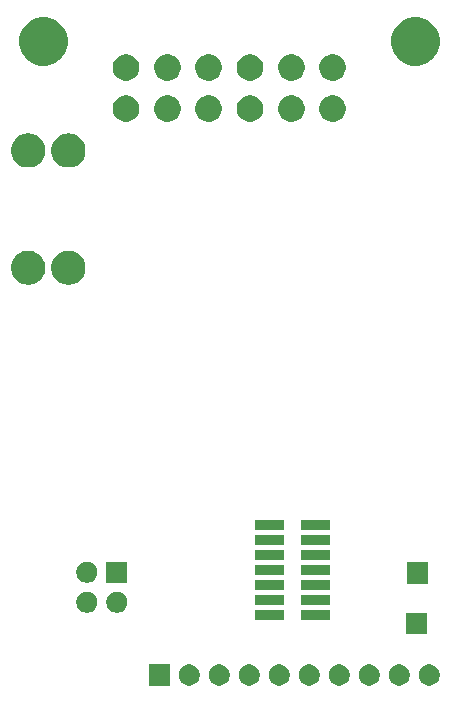
<source format=gbr>
G04 #@! TF.GenerationSoftware,KiCad,Pcbnew,(5.1.6)-1*
G04 #@! TF.CreationDate,2021-01-27T01:30:12-05:00*
G04 #@! TF.ProjectId,wideband_controller,77696465-6261-46e6-945f-636f6e74726f,rev?*
G04 #@! TF.SameCoordinates,Original*
G04 #@! TF.FileFunction,Soldermask,Bot*
G04 #@! TF.FilePolarity,Negative*
%FSLAX46Y46*%
G04 Gerber Fmt 4.6, Leading zero omitted, Abs format (unit mm)*
G04 Created by KiCad (PCBNEW (5.1.6)-1) date 2021-01-27 01:30:12*
%MOMM*%
%LPD*%
G01*
G04 APERTURE LIST*
%ADD10C,0.100000*%
G04 APERTURE END LIST*
D10*
G36*
X144178629Y-110590748D02*
G01*
X144342236Y-110658516D01*
X144489479Y-110756901D01*
X144614699Y-110882121D01*
X144713084Y-111029364D01*
X144780852Y-111192971D01*
X144815400Y-111366656D01*
X144815400Y-111543744D01*
X144780852Y-111717429D01*
X144713084Y-111881036D01*
X144614699Y-112028279D01*
X144489479Y-112153499D01*
X144342236Y-112251884D01*
X144178629Y-112319652D01*
X144004944Y-112354200D01*
X143827856Y-112354200D01*
X143654171Y-112319652D01*
X143490564Y-112251884D01*
X143343321Y-112153499D01*
X143218101Y-112028279D01*
X143119716Y-111881036D01*
X143051948Y-111717429D01*
X143017400Y-111543744D01*
X143017400Y-111366656D01*
X143051948Y-111192971D01*
X143119716Y-111029364D01*
X143218101Y-110882121D01*
X143343321Y-110756901D01*
X143490564Y-110658516D01*
X143654171Y-110590748D01*
X143827856Y-110556200D01*
X144004944Y-110556200D01*
X144178629Y-110590748D01*
G37*
G36*
X121955400Y-112354200D02*
G01*
X120157400Y-112354200D01*
X120157400Y-110556200D01*
X121955400Y-110556200D01*
X121955400Y-112354200D01*
G37*
G36*
X123858629Y-110590748D02*
G01*
X124022236Y-110658516D01*
X124169479Y-110756901D01*
X124294699Y-110882121D01*
X124393084Y-111029364D01*
X124460852Y-111192971D01*
X124495400Y-111366656D01*
X124495400Y-111543744D01*
X124460852Y-111717429D01*
X124393084Y-111881036D01*
X124294699Y-112028279D01*
X124169479Y-112153499D01*
X124022236Y-112251884D01*
X123858629Y-112319652D01*
X123684944Y-112354200D01*
X123507856Y-112354200D01*
X123334171Y-112319652D01*
X123170564Y-112251884D01*
X123023321Y-112153499D01*
X122898101Y-112028279D01*
X122799716Y-111881036D01*
X122731948Y-111717429D01*
X122697400Y-111543744D01*
X122697400Y-111366656D01*
X122731948Y-111192971D01*
X122799716Y-111029364D01*
X122898101Y-110882121D01*
X123023321Y-110756901D01*
X123170564Y-110658516D01*
X123334171Y-110590748D01*
X123507856Y-110556200D01*
X123684944Y-110556200D01*
X123858629Y-110590748D01*
G37*
G36*
X126398629Y-110590748D02*
G01*
X126562236Y-110658516D01*
X126709479Y-110756901D01*
X126834699Y-110882121D01*
X126933084Y-111029364D01*
X127000852Y-111192971D01*
X127035400Y-111366656D01*
X127035400Y-111543744D01*
X127000852Y-111717429D01*
X126933084Y-111881036D01*
X126834699Y-112028279D01*
X126709479Y-112153499D01*
X126562236Y-112251884D01*
X126398629Y-112319652D01*
X126224944Y-112354200D01*
X126047856Y-112354200D01*
X125874171Y-112319652D01*
X125710564Y-112251884D01*
X125563321Y-112153499D01*
X125438101Y-112028279D01*
X125339716Y-111881036D01*
X125271948Y-111717429D01*
X125237400Y-111543744D01*
X125237400Y-111366656D01*
X125271948Y-111192971D01*
X125339716Y-111029364D01*
X125438101Y-110882121D01*
X125563321Y-110756901D01*
X125710564Y-110658516D01*
X125874171Y-110590748D01*
X126047856Y-110556200D01*
X126224944Y-110556200D01*
X126398629Y-110590748D01*
G37*
G36*
X128938629Y-110590748D02*
G01*
X129102236Y-110658516D01*
X129249479Y-110756901D01*
X129374699Y-110882121D01*
X129473084Y-111029364D01*
X129540852Y-111192971D01*
X129575400Y-111366656D01*
X129575400Y-111543744D01*
X129540852Y-111717429D01*
X129473084Y-111881036D01*
X129374699Y-112028279D01*
X129249479Y-112153499D01*
X129102236Y-112251884D01*
X128938629Y-112319652D01*
X128764944Y-112354200D01*
X128587856Y-112354200D01*
X128414171Y-112319652D01*
X128250564Y-112251884D01*
X128103321Y-112153499D01*
X127978101Y-112028279D01*
X127879716Y-111881036D01*
X127811948Y-111717429D01*
X127777400Y-111543744D01*
X127777400Y-111366656D01*
X127811948Y-111192971D01*
X127879716Y-111029364D01*
X127978101Y-110882121D01*
X128103321Y-110756901D01*
X128250564Y-110658516D01*
X128414171Y-110590748D01*
X128587856Y-110556200D01*
X128764944Y-110556200D01*
X128938629Y-110590748D01*
G37*
G36*
X131478629Y-110590748D02*
G01*
X131642236Y-110658516D01*
X131789479Y-110756901D01*
X131914699Y-110882121D01*
X132013084Y-111029364D01*
X132080852Y-111192971D01*
X132115400Y-111366656D01*
X132115400Y-111543744D01*
X132080852Y-111717429D01*
X132013084Y-111881036D01*
X131914699Y-112028279D01*
X131789479Y-112153499D01*
X131642236Y-112251884D01*
X131478629Y-112319652D01*
X131304944Y-112354200D01*
X131127856Y-112354200D01*
X130954171Y-112319652D01*
X130790564Y-112251884D01*
X130643321Y-112153499D01*
X130518101Y-112028279D01*
X130419716Y-111881036D01*
X130351948Y-111717429D01*
X130317400Y-111543744D01*
X130317400Y-111366656D01*
X130351948Y-111192971D01*
X130419716Y-111029364D01*
X130518101Y-110882121D01*
X130643321Y-110756901D01*
X130790564Y-110658516D01*
X130954171Y-110590748D01*
X131127856Y-110556200D01*
X131304944Y-110556200D01*
X131478629Y-110590748D01*
G37*
G36*
X136558629Y-110590748D02*
G01*
X136722236Y-110658516D01*
X136869479Y-110756901D01*
X136994699Y-110882121D01*
X137093084Y-111029364D01*
X137160852Y-111192971D01*
X137195400Y-111366656D01*
X137195400Y-111543744D01*
X137160852Y-111717429D01*
X137093084Y-111881036D01*
X136994699Y-112028279D01*
X136869479Y-112153499D01*
X136722236Y-112251884D01*
X136558629Y-112319652D01*
X136384944Y-112354200D01*
X136207856Y-112354200D01*
X136034171Y-112319652D01*
X135870564Y-112251884D01*
X135723321Y-112153499D01*
X135598101Y-112028279D01*
X135499716Y-111881036D01*
X135431948Y-111717429D01*
X135397400Y-111543744D01*
X135397400Y-111366656D01*
X135431948Y-111192971D01*
X135499716Y-111029364D01*
X135598101Y-110882121D01*
X135723321Y-110756901D01*
X135870564Y-110658516D01*
X136034171Y-110590748D01*
X136207856Y-110556200D01*
X136384944Y-110556200D01*
X136558629Y-110590748D01*
G37*
G36*
X139098629Y-110590748D02*
G01*
X139262236Y-110658516D01*
X139409479Y-110756901D01*
X139534699Y-110882121D01*
X139633084Y-111029364D01*
X139700852Y-111192971D01*
X139735400Y-111366656D01*
X139735400Y-111543744D01*
X139700852Y-111717429D01*
X139633084Y-111881036D01*
X139534699Y-112028279D01*
X139409479Y-112153499D01*
X139262236Y-112251884D01*
X139098629Y-112319652D01*
X138924944Y-112354200D01*
X138747856Y-112354200D01*
X138574171Y-112319652D01*
X138410564Y-112251884D01*
X138263321Y-112153499D01*
X138138101Y-112028279D01*
X138039716Y-111881036D01*
X137971948Y-111717429D01*
X137937400Y-111543744D01*
X137937400Y-111366656D01*
X137971948Y-111192971D01*
X138039716Y-111029364D01*
X138138101Y-110882121D01*
X138263321Y-110756901D01*
X138410564Y-110658516D01*
X138574171Y-110590748D01*
X138747856Y-110556200D01*
X138924944Y-110556200D01*
X139098629Y-110590748D01*
G37*
G36*
X141638629Y-110590748D02*
G01*
X141802236Y-110658516D01*
X141949479Y-110756901D01*
X142074699Y-110882121D01*
X142173084Y-111029364D01*
X142240852Y-111192971D01*
X142275400Y-111366656D01*
X142275400Y-111543744D01*
X142240852Y-111717429D01*
X142173084Y-111881036D01*
X142074699Y-112028279D01*
X141949479Y-112153499D01*
X141802236Y-112251884D01*
X141638629Y-112319652D01*
X141464944Y-112354200D01*
X141287856Y-112354200D01*
X141114171Y-112319652D01*
X140950564Y-112251884D01*
X140803321Y-112153499D01*
X140678101Y-112028279D01*
X140579716Y-111881036D01*
X140511948Y-111717429D01*
X140477400Y-111543744D01*
X140477400Y-111366656D01*
X140511948Y-111192971D01*
X140579716Y-111029364D01*
X140678101Y-110882121D01*
X140803321Y-110756901D01*
X140950564Y-110658516D01*
X141114171Y-110590748D01*
X141287856Y-110556200D01*
X141464944Y-110556200D01*
X141638629Y-110590748D01*
G37*
G36*
X134018629Y-110590748D02*
G01*
X134182236Y-110658516D01*
X134329479Y-110756901D01*
X134454699Y-110882121D01*
X134553084Y-111029364D01*
X134620852Y-111192971D01*
X134655400Y-111366656D01*
X134655400Y-111543744D01*
X134620852Y-111717429D01*
X134553084Y-111881036D01*
X134454699Y-112028279D01*
X134329479Y-112153499D01*
X134182236Y-112251884D01*
X134018629Y-112319652D01*
X133844944Y-112354200D01*
X133667856Y-112354200D01*
X133494171Y-112319652D01*
X133330564Y-112251884D01*
X133183321Y-112153499D01*
X133058101Y-112028279D01*
X132959716Y-111881036D01*
X132891948Y-111717429D01*
X132857400Y-111543744D01*
X132857400Y-111366656D01*
X132891948Y-111192971D01*
X132959716Y-111029364D01*
X133058101Y-110882121D01*
X133183321Y-110756901D01*
X133330564Y-110658516D01*
X133494171Y-110590748D01*
X133667856Y-110556200D01*
X133844944Y-110556200D01*
X134018629Y-110590748D01*
G37*
G36*
X143748600Y-107985400D02*
G01*
X141950600Y-107985400D01*
X141950600Y-106187400D01*
X143748600Y-106187400D01*
X143748600Y-107985400D01*
G37*
G36*
X131633000Y-106781500D02*
G01*
X129135000Y-106781500D01*
X129135000Y-105943500D01*
X131633000Y-105943500D01*
X131633000Y-106781500D01*
G37*
G36*
X135533000Y-106781500D02*
G01*
X133035000Y-106781500D01*
X133035000Y-105943500D01*
X135533000Y-105943500D01*
X135533000Y-106781500D01*
G37*
G36*
X115197229Y-104418548D02*
G01*
X115360836Y-104486316D01*
X115508079Y-104584701D01*
X115633299Y-104709921D01*
X115731684Y-104857164D01*
X115799452Y-105020771D01*
X115834000Y-105194456D01*
X115834000Y-105371544D01*
X115799452Y-105545229D01*
X115731684Y-105708836D01*
X115633299Y-105856079D01*
X115508079Y-105981299D01*
X115360836Y-106079684D01*
X115197229Y-106147452D01*
X115023544Y-106182000D01*
X114846456Y-106182000D01*
X114672771Y-106147452D01*
X114509164Y-106079684D01*
X114361921Y-105981299D01*
X114236701Y-105856079D01*
X114138316Y-105708836D01*
X114070548Y-105545229D01*
X114036000Y-105371544D01*
X114036000Y-105194456D01*
X114070548Y-105020771D01*
X114138316Y-104857164D01*
X114236701Y-104709921D01*
X114361921Y-104584701D01*
X114509164Y-104486316D01*
X114672771Y-104418548D01*
X114846456Y-104384000D01*
X115023544Y-104384000D01*
X115197229Y-104418548D01*
G37*
G36*
X117737229Y-104418548D02*
G01*
X117900836Y-104486316D01*
X118048079Y-104584701D01*
X118173299Y-104709921D01*
X118271684Y-104857164D01*
X118339452Y-105020771D01*
X118374000Y-105194456D01*
X118374000Y-105371544D01*
X118339452Y-105545229D01*
X118271684Y-105708836D01*
X118173299Y-105856079D01*
X118048079Y-105981299D01*
X117900836Y-106079684D01*
X117737229Y-106147452D01*
X117563544Y-106182000D01*
X117386456Y-106182000D01*
X117212771Y-106147452D01*
X117049164Y-106079684D01*
X116901921Y-105981299D01*
X116776701Y-105856079D01*
X116678316Y-105708836D01*
X116610548Y-105545229D01*
X116576000Y-105371544D01*
X116576000Y-105194456D01*
X116610548Y-105020771D01*
X116678316Y-104857164D01*
X116776701Y-104709921D01*
X116901921Y-104584701D01*
X117049164Y-104486316D01*
X117212771Y-104418548D01*
X117386456Y-104384000D01*
X117563544Y-104384000D01*
X117737229Y-104418548D01*
G37*
G36*
X135533000Y-105511500D02*
G01*
X133035000Y-105511500D01*
X133035000Y-104673500D01*
X135533000Y-104673500D01*
X135533000Y-105511500D01*
G37*
G36*
X131633000Y-105511500D02*
G01*
X129135000Y-105511500D01*
X129135000Y-104673500D01*
X131633000Y-104673500D01*
X131633000Y-105511500D01*
G37*
G36*
X135533000Y-104241500D02*
G01*
X133035000Y-104241500D01*
X133035000Y-103403500D01*
X135533000Y-103403500D01*
X135533000Y-104241500D01*
G37*
G36*
X131633000Y-104241500D02*
G01*
X129135000Y-104241500D01*
X129135000Y-103403500D01*
X131633000Y-103403500D01*
X131633000Y-104241500D01*
G37*
G36*
X143837500Y-103705500D02*
G01*
X142039500Y-103705500D01*
X142039500Y-101907500D01*
X143837500Y-101907500D01*
X143837500Y-103705500D01*
G37*
G36*
X118374000Y-103642000D02*
G01*
X116576000Y-103642000D01*
X116576000Y-101844000D01*
X118374000Y-101844000D01*
X118374000Y-103642000D01*
G37*
G36*
X115197229Y-101878548D02*
G01*
X115360836Y-101946316D01*
X115508079Y-102044701D01*
X115633299Y-102169921D01*
X115731684Y-102317164D01*
X115799452Y-102480771D01*
X115834000Y-102654456D01*
X115834000Y-102831544D01*
X115799452Y-103005229D01*
X115731684Y-103168836D01*
X115633299Y-103316079D01*
X115508079Y-103441299D01*
X115360836Y-103539684D01*
X115197229Y-103607452D01*
X115023544Y-103642000D01*
X114846456Y-103642000D01*
X114672771Y-103607452D01*
X114509164Y-103539684D01*
X114361921Y-103441299D01*
X114236701Y-103316079D01*
X114138316Y-103168836D01*
X114070548Y-103005229D01*
X114036000Y-102831544D01*
X114036000Y-102654456D01*
X114070548Y-102480771D01*
X114138316Y-102317164D01*
X114236701Y-102169921D01*
X114361921Y-102044701D01*
X114509164Y-101946316D01*
X114672771Y-101878548D01*
X114846456Y-101844000D01*
X115023544Y-101844000D01*
X115197229Y-101878548D01*
G37*
G36*
X135533000Y-102971500D02*
G01*
X133035000Y-102971500D01*
X133035000Y-102133500D01*
X135533000Y-102133500D01*
X135533000Y-102971500D01*
G37*
G36*
X131633000Y-102971500D02*
G01*
X129135000Y-102971500D01*
X129135000Y-102133500D01*
X131633000Y-102133500D01*
X131633000Y-102971500D01*
G37*
G36*
X135533000Y-101701500D02*
G01*
X133035000Y-101701500D01*
X133035000Y-100863500D01*
X135533000Y-100863500D01*
X135533000Y-101701500D01*
G37*
G36*
X131633000Y-101701500D02*
G01*
X129135000Y-101701500D01*
X129135000Y-100863500D01*
X131633000Y-100863500D01*
X131633000Y-101701500D01*
G37*
G36*
X135533000Y-100431500D02*
G01*
X133035000Y-100431500D01*
X133035000Y-99593500D01*
X135533000Y-99593500D01*
X135533000Y-100431500D01*
G37*
G36*
X131633000Y-100431500D02*
G01*
X129135000Y-100431500D01*
X129135000Y-99593500D01*
X131633000Y-99593500D01*
X131633000Y-100431500D01*
G37*
G36*
X135533000Y-99161500D02*
G01*
X133035000Y-99161500D01*
X133035000Y-98323500D01*
X135533000Y-98323500D01*
X135533000Y-99161500D01*
G37*
G36*
X131633000Y-99161500D02*
G01*
X129135000Y-99161500D01*
X129135000Y-98323500D01*
X131633000Y-98323500D01*
X131633000Y-99161500D01*
G37*
G36*
X110234934Y-75545120D02*
G01*
X110401744Y-75578300D01*
X110663622Y-75686774D01*
X110899310Y-75844256D01*
X111099744Y-76044690D01*
X111257226Y-76280378D01*
X111365700Y-76542256D01*
X111421000Y-76820273D01*
X111421000Y-77103727D01*
X111365700Y-77381744D01*
X111257226Y-77643622D01*
X111099744Y-77879310D01*
X110899310Y-78079744D01*
X110663622Y-78237226D01*
X110401744Y-78345700D01*
X110234934Y-78378880D01*
X110123729Y-78401000D01*
X109840271Y-78401000D01*
X109729066Y-78378880D01*
X109562256Y-78345700D01*
X109300378Y-78237226D01*
X109064690Y-78079744D01*
X108864256Y-77879310D01*
X108706774Y-77643622D01*
X108598300Y-77381744D01*
X108543000Y-77103727D01*
X108543000Y-76820273D01*
X108598300Y-76542256D01*
X108706774Y-76280378D01*
X108864256Y-76044690D01*
X109064690Y-75844256D01*
X109300378Y-75686774D01*
X109562256Y-75578300D01*
X109729066Y-75545120D01*
X109840271Y-75523000D01*
X110123729Y-75523000D01*
X110234934Y-75545120D01*
G37*
G36*
X113634934Y-75545120D02*
G01*
X113801744Y-75578300D01*
X114063622Y-75686774D01*
X114299310Y-75844256D01*
X114499744Y-76044690D01*
X114657226Y-76280378D01*
X114765700Y-76542256D01*
X114821000Y-76820273D01*
X114821000Y-77103727D01*
X114765700Y-77381744D01*
X114657226Y-77643622D01*
X114499744Y-77879310D01*
X114299310Y-78079744D01*
X114063622Y-78237226D01*
X113801744Y-78345700D01*
X113634934Y-78378880D01*
X113523729Y-78401000D01*
X113240271Y-78401000D01*
X113129066Y-78378880D01*
X112962256Y-78345700D01*
X112700378Y-78237226D01*
X112464690Y-78079744D01*
X112264256Y-77879310D01*
X112106774Y-77643622D01*
X111998300Y-77381744D01*
X111943000Y-77103727D01*
X111943000Y-76820273D01*
X111998300Y-76542256D01*
X112106774Y-76280378D01*
X112264256Y-76044690D01*
X112464690Y-75844256D01*
X112700378Y-75686774D01*
X112962256Y-75578300D01*
X113129066Y-75545120D01*
X113240271Y-75523000D01*
X113523729Y-75523000D01*
X113634934Y-75545120D01*
G37*
G36*
X113634934Y-65625120D02*
G01*
X113801744Y-65658300D01*
X114063622Y-65766774D01*
X114299310Y-65924256D01*
X114499744Y-66124690D01*
X114657226Y-66360378D01*
X114765700Y-66622256D01*
X114821000Y-66900273D01*
X114821000Y-67183727D01*
X114765700Y-67461744D01*
X114657226Y-67723622D01*
X114499744Y-67959310D01*
X114299310Y-68159744D01*
X114063622Y-68317226D01*
X113801744Y-68425700D01*
X113634934Y-68458880D01*
X113523729Y-68481000D01*
X113240271Y-68481000D01*
X113129066Y-68458880D01*
X112962256Y-68425700D01*
X112700378Y-68317226D01*
X112464690Y-68159744D01*
X112264256Y-67959310D01*
X112106774Y-67723622D01*
X111998300Y-67461744D01*
X111943000Y-67183727D01*
X111943000Y-66900273D01*
X111998300Y-66622256D01*
X112106774Y-66360378D01*
X112264256Y-66124690D01*
X112464690Y-65924256D01*
X112700378Y-65766774D01*
X112962256Y-65658300D01*
X113129066Y-65625120D01*
X113240271Y-65603000D01*
X113523729Y-65603000D01*
X113634934Y-65625120D01*
G37*
G36*
X110234934Y-65625120D02*
G01*
X110401744Y-65658300D01*
X110663622Y-65766774D01*
X110899310Y-65924256D01*
X111099744Y-66124690D01*
X111257226Y-66360378D01*
X111365700Y-66622256D01*
X111421000Y-66900273D01*
X111421000Y-67183727D01*
X111365700Y-67461744D01*
X111257226Y-67723622D01*
X111099744Y-67959310D01*
X110899310Y-68159744D01*
X110663622Y-68317226D01*
X110401744Y-68425700D01*
X110234934Y-68458880D01*
X110123729Y-68481000D01*
X109840271Y-68481000D01*
X109729066Y-68458880D01*
X109562256Y-68425700D01*
X109300378Y-68317226D01*
X109064690Y-68159744D01*
X108864256Y-67959310D01*
X108706774Y-67723622D01*
X108598300Y-67461744D01*
X108543000Y-67183727D01*
X108543000Y-66900273D01*
X108598300Y-66622256D01*
X108706774Y-66360378D01*
X108864256Y-66124690D01*
X109064690Y-65924256D01*
X109300378Y-65766774D01*
X109562256Y-65658300D01*
X109729066Y-65625120D01*
X109840271Y-65603000D01*
X110123729Y-65603000D01*
X110234934Y-65625120D01*
G37*
G36*
X132577859Y-62419194D02*
G01*
X132782414Y-62503924D01*
X132966509Y-62626932D01*
X133123068Y-62783491D01*
X133246076Y-62967586D01*
X133330806Y-63172141D01*
X133374000Y-63389296D01*
X133374000Y-63610704D01*
X133330806Y-63827859D01*
X133246076Y-64032414D01*
X133123068Y-64216509D01*
X132966509Y-64373068D01*
X132782414Y-64496076D01*
X132577859Y-64580806D01*
X132360704Y-64624000D01*
X132139296Y-64624000D01*
X131922141Y-64580806D01*
X131717586Y-64496076D01*
X131533491Y-64373068D01*
X131376932Y-64216509D01*
X131253924Y-64032414D01*
X131169194Y-63827859D01*
X131126000Y-63610704D01*
X131126000Y-63389296D01*
X131169194Y-63172141D01*
X131253924Y-62967586D01*
X131376932Y-62783491D01*
X131533491Y-62626932D01*
X131717586Y-62503924D01*
X131922141Y-62419194D01*
X132139296Y-62376000D01*
X132360704Y-62376000D01*
X132577859Y-62419194D01*
G37*
G36*
X118577859Y-62419194D02*
G01*
X118782414Y-62503924D01*
X118966509Y-62626932D01*
X119123068Y-62783491D01*
X119246076Y-62967586D01*
X119330806Y-63172141D01*
X119374000Y-63389296D01*
X119374000Y-63610704D01*
X119330806Y-63827859D01*
X119246076Y-64032414D01*
X119123068Y-64216509D01*
X118966509Y-64373068D01*
X118782414Y-64496076D01*
X118577859Y-64580806D01*
X118360704Y-64624000D01*
X118139296Y-64624000D01*
X117922141Y-64580806D01*
X117717586Y-64496076D01*
X117533491Y-64373068D01*
X117376932Y-64216509D01*
X117253924Y-64032414D01*
X117169194Y-63827859D01*
X117126000Y-63610704D01*
X117126000Y-63389296D01*
X117169194Y-63172141D01*
X117253924Y-62967586D01*
X117376932Y-62783491D01*
X117533491Y-62626932D01*
X117717586Y-62503924D01*
X117922141Y-62419194D01*
X118139296Y-62376000D01*
X118360704Y-62376000D01*
X118577859Y-62419194D01*
G37*
G36*
X125577859Y-62419194D02*
G01*
X125782414Y-62503924D01*
X125966509Y-62626932D01*
X126123068Y-62783491D01*
X126246076Y-62967586D01*
X126330806Y-63172141D01*
X126374000Y-63389296D01*
X126374000Y-63610704D01*
X126330806Y-63827859D01*
X126246076Y-64032414D01*
X126123068Y-64216509D01*
X125966509Y-64373068D01*
X125782414Y-64496076D01*
X125577859Y-64580806D01*
X125360704Y-64624000D01*
X125139296Y-64624000D01*
X124922141Y-64580806D01*
X124717586Y-64496076D01*
X124533491Y-64373068D01*
X124376932Y-64216509D01*
X124253924Y-64032414D01*
X124169194Y-63827859D01*
X124126000Y-63610704D01*
X124126000Y-63389296D01*
X124169194Y-63172141D01*
X124253924Y-62967586D01*
X124376932Y-62783491D01*
X124533491Y-62626932D01*
X124717586Y-62503924D01*
X124922141Y-62419194D01*
X125139296Y-62376000D01*
X125360704Y-62376000D01*
X125577859Y-62419194D01*
G37*
G36*
X129077859Y-62419194D02*
G01*
X129282414Y-62503924D01*
X129466509Y-62626932D01*
X129623068Y-62783491D01*
X129746076Y-62967586D01*
X129830806Y-63172141D01*
X129874000Y-63389296D01*
X129874000Y-63610704D01*
X129830806Y-63827859D01*
X129746076Y-64032414D01*
X129623068Y-64216509D01*
X129466509Y-64373068D01*
X129282414Y-64496076D01*
X129077859Y-64580806D01*
X128860704Y-64624000D01*
X128639296Y-64624000D01*
X128422141Y-64580806D01*
X128217586Y-64496076D01*
X128033491Y-64373068D01*
X127876932Y-64216509D01*
X127753924Y-64032414D01*
X127669194Y-63827859D01*
X127626000Y-63610704D01*
X127626000Y-63389296D01*
X127669194Y-63172141D01*
X127753924Y-62967586D01*
X127876932Y-62783491D01*
X128033491Y-62626932D01*
X128217586Y-62503924D01*
X128422141Y-62419194D01*
X128639296Y-62376000D01*
X128860704Y-62376000D01*
X129077859Y-62419194D01*
G37*
G36*
X136077859Y-62419194D02*
G01*
X136282414Y-62503924D01*
X136466509Y-62626932D01*
X136623068Y-62783491D01*
X136746076Y-62967586D01*
X136830806Y-63172141D01*
X136874000Y-63389296D01*
X136874000Y-63610704D01*
X136830806Y-63827859D01*
X136746076Y-64032414D01*
X136623068Y-64216509D01*
X136466509Y-64373068D01*
X136282414Y-64496076D01*
X136077859Y-64580806D01*
X135860704Y-64624000D01*
X135639296Y-64624000D01*
X135422141Y-64580806D01*
X135217586Y-64496076D01*
X135033491Y-64373068D01*
X134876932Y-64216509D01*
X134753924Y-64032414D01*
X134669194Y-63827859D01*
X134626000Y-63610704D01*
X134626000Y-63389296D01*
X134669194Y-63172141D01*
X134753924Y-62967586D01*
X134876932Y-62783491D01*
X135033491Y-62626932D01*
X135217586Y-62503924D01*
X135422141Y-62419194D01*
X135639296Y-62376000D01*
X135860704Y-62376000D01*
X136077859Y-62419194D01*
G37*
G36*
X122077859Y-62419194D02*
G01*
X122282414Y-62503924D01*
X122466509Y-62626932D01*
X122623068Y-62783491D01*
X122746076Y-62967586D01*
X122830806Y-63172141D01*
X122874000Y-63389296D01*
X122874000Y-63610704D01*
X122830806Y-63827859D01*
X122746076Y-64032414D01*
X122623068Y-64216509D01*
X122466509Y-64373068D01*
X122282414Y-64496076D01*
X122077859Y-64580806D01*
X121860704Y-64624000D01*
X121639296Y-64624000D01*
X121422141Y-64580806D01*
X121217586Y-64496076D01*
X121033491Y-64373068D01*
X120876932Y-64216509D01*
X120753924Y-64032414D01*
X120669194Y-63827859D01*
X120626000Y-63610704D01*
X120626000Y-63389296D01*
X120669194Y-63172141D01*
X120753924Y-62967586D01*
X120876932Y-62783491D01*
X121033491Y-62626932D01*
X121217586Y-62503924D01*
X121422141Y-62419194D01*
X121639296Y-62376000D01*
X121860704Y-62376000D01*
X122077859Y-62419194D01*
G37*
G36*
X125577859Y-58919194D02*
G01*
X125782414Y-59003924D01*
X125966509Y-59126932D01*
X126123068Y-59283491D01*
X126246076Y-59467586D01*
X126330806Y-59672141D01*
X126374000Y-59889296D01*
X126374000Y-60110704D01*
X126330806Y-60327859D01*
X126246076Y-60532414D01*
X126123068Y-60716509D01*
X125966509Y-60873068D01*
X125782414Y-60996076D01*
X125577859Y-61080806D01*
X125360704Y-61124000D01*
X125139296Y-61124000D01*
X124922141Y-61080806D01*
X124717586Y-60996076D01*
X124533491Y-60873068D01*
X124376932Y-60716509D01*
X124253924Y-60532414D01*
X124169194Y-60327859D01*
X124126000Y-60110704D01*
X124126000Y-59889296D01*
X124169194Y-59672141D01*
X124253924Y-59467586D01*
X124376932Y-59283491D01*
X124533491Y-59126932D01*
X124717586Y-59003924D01*
X124922141Y-58919194D01*
X125139296Y-58876000D01*
X125360704Y-58876000D01*
X125577859Y-58919194D01*
G37*
G36*
X129077859Y-58919194D02*
G01*
X129282414Y-59003924D01*
X129466509Y-59126932D01*
X129623068Y-59283491D01*
X129746076Y-59467586D01*
X129830806Y-59672141D01*
X129874000Y-59889296D01*
X129874000Y-60110704D01*
X129830806Y-60327859D01*
X129746076Y-60532414D01*
X129623068Y-60716509D01*
X129466509Y-60873068D01*
X129282414Y-60996076D01*
X129077859Y-61080806D01*
X128860704Y-61124000D01*
X128639296Y-61124000D01*
X128422141Y-61080806D01*
X128217586Y-60996076D01*
X128033491Y-60873068D01*
X127876932Y-60716509D01*
X127753924Y-60532414D01*
X127669194Y-60327859D01*
X127626000Y-60110704D01*
X127626000Y-59889296D01*
X127669194Y-59672141D01*
X127753924Y-59467586D01*
X127876932Y-59283491D01*
X128033491Y-59126932D01*
X128217586Y-59003924D01*
X128422141Y-58919194D01*
X128639296Y-58876000D01*
X128860704Y-58876000D01*
X129077859Y-58919194D01*
G37*
G36*
X132577859Y-58919194D02*
G01*
X132782414Y-59003924D01*
X132966509Y-59126932D01*
X133123068Y-59283491D01*
X133246076Y-59467586D01*
X133330806Y-59672141D01*
X133374000Y-59889296D01*
X133374000Y-60110704D01*
X133330806Y-60327859D01*
X133246076Y-60532414D01*
X133123068Y-60716509D01*
X132966509Y-60873068D01*
X132782414Y-60996076D01*
X132577859Y-61080806D01*
X132360704Y-61124000D01*
X132139296Y-61124000D01*
X131922141Y-61080806D01*
X131717586Y-60996076D01*
X131533491Y-60873068D01*
X131376932Y-60716509D01*
X131253924Y-60532414D01*
X131169194Y-60327859D01*
X131126000Y-60110704D01*
X131126000Y-59889296D01*
X131169194Y-59672141D01*
X131253924Y-59467586D01*
X131376932Y-59283491D01*
X131533491Y-59126932D01*
X131717586Y-59003924D01*
X131922141Y-58919194D01*
X132139296Y-58876000D01*
X132360704Y-58876000D01*
X132577859Y-58919194D01*
G37*
G36*
X136077859Y-58919194D02*
G01*
X136282414Y-59003924D01*
X136466509Y-59126932D01*
X136623068Y-59283491D01*
X136746076Y-59467586D01*
X136830806Y-59672141D01*
X136874000Y-59889296D01*
X136874000Y-60110704D01*
X136830806Y-60327859D01*
X136746076Y-60532414D01*
X136623068Y-60716509D01*
X136466509Y-60873068D01*
X136282414Y-60996076D01*
X136077859Y-61080806D01*
X135860704Y-61124000D01*
X135639296Y-61124000D01*
X135422141Y-61080806D01*
X135217586Y-60996076D01*
X135033491Y-60873068D01*
X134876932Y-60716509D01*
X134753924Y-60532414D01*
X134669194Y-60327859D01*
X134626000Y-60110704D01*
X134626000Y-59889296D01*
X134669194Y-59672141D01*
X134753924Y-59467586D01*
X134876932Y-59283491D01*
X135033491Y-59126932D01*
X135217586Y-59003924D01*
X135422141Y-58919194D01*
X135639296Y-58876000D01*
X135860704Y-58876000D01*
X136077859Y-58919194D01*
G37*
G36*
X122077859Y-58919194D02*
G01*
X122282414Y-59003924D01*
X122466509Y-59126932D01*
X122623068Y-59283491D01*
X122746076Y-59467586D01*
X122830806Y-59672141D01*
X122874000Y-59889296D01*
X122874000Y-60110704D01*
X122830806Y-60327859D01*
X122746076Y-60532414D01*
X122623068Y-60716509D01*
X122466509Y-60873068D01*
X122282414Y-60996076D01*
X122077859Y-61080806D01*
X121860704Y-61124000D01*
X121639296Y-61124000D01*
X121422141Y-61080806D01*
X121217586Y-60996076D01*
X121033491Y-60873068D01*
X120876932Y-60716509D01*
X120753924Y-60532414D01*
X120669194Y-60327859D01*
X120626000Y-60110704D01*
X120626000Y-59889296D01*
X120669194Y-59672141D01*
X120753924Y-59467586D01*
X120876932Y-59283491D01*
X121033491Y-59126932D01*
X121217586Y-59003924D01*
X121422141Y-58919194D01*
X121639296Y-58876000D01*
X121860704Y-58876000D01*
X122077859Y-58919194D01*
G37*
G36*
X118577859Y-58919194D02*
G01*
X118782414Y-59003924D01*
X118966509Y-59126932D01*
X119123068Y-59283491D01*
X119246076Y-59467586D01*
X119330806Y-59672141D01*
X119374000Y-59889296D01*
X119374000Y-60110704D01*
X119330806Y-60327859D01*
X119246076Y-60532414D01*
X119123068Y-60716509D01*
X118966509Y-60873068D01*
X118782414Y-60996076D01*
X118577859Y-61080806D01*
X118360704Y-61124000D01*
X118139296Y-61124000D01*
X117922141Y-61080806D01*
X117717586Y-60996076D01*
X117533491Y-60873068D01*
X117376932Y-60716509D01*
X117253924Y-60532414D01*
X117169194Y-60327859D01*
X117126000Y-60110704D01*
X117126000Y-59889296D01*
X117169194Y-59672141D01*
X117253924Y-59467586D01*
X117376932Y-59283491D01*
X117533491Y-59126932D01*
X117717586Y-59003924D01*
X117922141Y-58919194D01*
X118139296Y-58876000D01*
X118360704Y-58876000D01*
X118577859Y-58919194D01*
G37*
G36*
X143347671Y-55829742D02*
G01*
X143347673Y-55829743D01*
X143347674Y-55829743D01*
X143720565Y-55984200D01*
X144056161Y-56208438D01*
X144341562Y-56493839D01*
X144565800Y-56829435D01*
X144720258Y-57202329D01*
X144799000Y-57598191D01*
X144799000Y-58001809D01*
X144720258Y-58397671D01*
X144565800Y-58770565D01*
X144341562Y-59106161D01*
X144056161Y-59391562D01*
X143942383Y-59467586D01*
X143720565Y-59615800D01*
X143347674Y-59770257D01*
X143347673Y-59770257D01*
X143347671Y-59770258D01*
X142951809Y-59849000D01*
X142548191Y-59849000D01*
X142152329Y-59770258D01*
X142152327Y-59770257D01*
X142152326Y-59770257D01*
X141779435Y-59615800D01*
X141557617Y-59467586D01*
X141443839Y-59391562D01*
X141158438Y-59106161D01*
X140934200Y-58770565D01*
X140779742Y-58397671D01*
X140701000Y-58001809D01*
X140701000Y-57598191D01*
X140779742Y-57202329D01*
X140934200Y-56829435D01*
X141158438Y-56493839D01*
X141443839Y-56208438D01*
X141779435Y-55984200D01*
X142152326Y-55829743D01*
X142152327Y-55829743D01*
X142152329Y-55829742D01*
X142548191Y-55751000D01*
X142951809Y-55751000D01*
X143347671Y-55829742D01*
G37*
G36*
X111847671Y-55829742D02*
G01*
X111847673Y-55829743D01*
X111847674Y-55829743D01*
X112220565Y-55984200D01*
X112556161Y-56208438D01*
X112841562Y-56493839D01*
X113065800Y-56829435D01*
X113220258Y-57202329D01*
X113299000Y-57598191D01*
X113299000Y-58001809D01*
X113220258Y-58397671D01*
X113065800Y-58770565D01*
X112841562Y-59106161D01*
X112556161Y-59391562D01*
X112442383Y-59467586D01*
X112220565Y-59615800D01*
X111847674Y-59770257D01*
X111847673Y-59770257D01*
X111847671Y-59770258D01*
X111451809Y-59849000D01*
X111048191Y-59849000D01*
X110652329Y-59770258D01*
X110652327Y-59770257D01*
X110652326Y-59770257D01*
X110279435Y-59615800D01*
X110057617Y-59467586D01*
X109943839Y-59391562D01*
X109658438Y-59106161D01*
X109434200Y-58770565D01*
X109279742Y-58397671D01*
X109201000Y-58001809D01*
X109201000Y-57598191D01*
X109279742Y-57202329D01*
X109434200Y-56829435D01*
X109658438Y-56493839D01*
X109943839Y-56208438D01*
X110279435Y-55984200D01*
X110652326Y-55829743D01*
X110652327Y-55829743D01*
X110652329Y-55829742D01*
X111048191Y-55751000D01*
X111451809Y-55751000D01*
X111847671Y-55829742D01*
G37*
M02*

</source>
